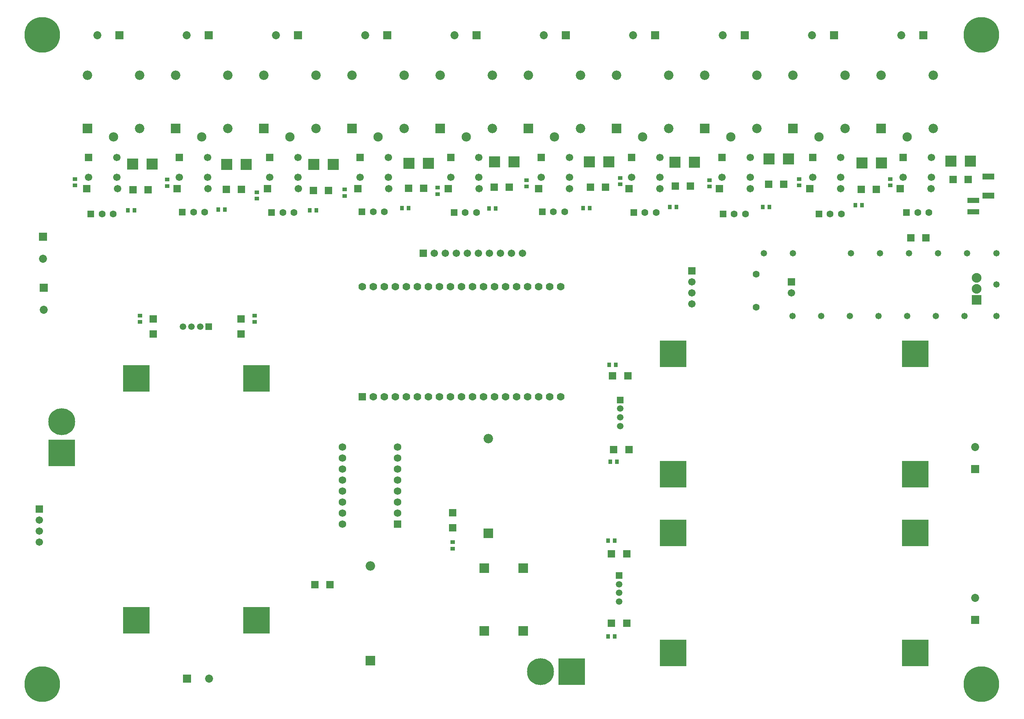
<source format=gbr>
%TF.GenerationSoftware,Altium Limited,Altium Designer,22.1.2 (22)*%
G04 Layer_Color=8388736*
%FSLAX45Y45*%
%MOMM*%
%TF.SameCoordinates,97720CCC-B93B-4F85-99AC-C394CD96EF65*%
%TF.FilePolarity,Negative*%
%TF.FileFunction,Soldermask,Top*%
%TF.Part,Single*%
G01*
G75*
%TA.AperFunction,ComponentPad*%
%ADD50C,2.18320*%
%ADD51C,2.13820*%
%ADD52R,2.18320X2.18320*%
%ADD53C,1.70120*%
%ADD54R,1.70120X1.70120*%
%ADD55C,8.20320*%
%ADD56C,1.60320*%
%ADD57R,1.70320X1.70320*%
%ADD58C,1.70320*%
%ADD59R,1.73320X1.73320*%
%ADD60C,1.73320*%
%ADD61R,1.70320X1.70320*%
%ADD62R,2.24320X2.24320*%
%ADD63C,2.24320*%
%ADD64R,1.85320X1.85320*%
%ADD65C,1.85320*%
%ADD66C,1.51120*%
%ADD67R,1.51120X1.51120*%
%ADD68R,1.85320X1.85320*%
%ADD69C,6.20320*%
%ADD70R,6.20320X6.20320*%
%ADD71R,1.60320X1.60320*%
%ADD72R,6.20320X6.20320*%
%ADD73R,1.76320X1.76320*%
%ADD74C,1.76320*%
%ADD75R,1.51120X1.51120*%
%TA.AperFunction,ViaPad*%
%ADD76C,1.47320*%
%TA.AperFunction,SMDPad,CuDef*%
%ADD83R,2.20320X2.20320*%
%ADD84R,1.70320X1.70320*%
%ADD85R,2.80320X1.40320*%
%ADD86R,1.10320X0.90320*%
%ADD87R,0.90320X1.10320*%
%ADD88R,1.70320X1.70320*%
%ADD89R,2.50320X2.50320*%
%ADD90R,2.80320X1.30320*%
D50*
X4365700Y4762900D02*
D03*
X5565700D02*
D03*
Y3542900D02*
D03*
X-3762300Y4762900D02*
D03*
X-2562300D02*
D03*
Y3542900D02*
D03*
X-5794300Y4762900D02*
D03*
X-4594300D02*
D03*
Y3542900D02*
D03*
X-10690300D02*
D03*
Y4762900D02*
D03*
X-11890300D02*
D03*
X-4686300Y-3619700D02*
D03*
X3533700Y3542900D02*
D03*
Y4762900D02*
D03*
X2333700D02*
D03*
X-530300Y3542900D02*
D03*
Y4762900D02*
D03*
X-1730300D02*
D03*
X1501700Y3542900D02*
D03*
Y4762900D02*
D03*
X301700D02*
D03*
X-13922301D02*
D03*
X-12722300D02*
D03*
Y3542900D02*
D03*
X-8658300D02*
D03*
Y4762900D02*
D03*
X-9858300D02*
D03*
X-6626300Y3542900D02*
D03*
Y4762900D02*
D03*
X-7826300D02*
D03*
X-7404100Y-6553400D02*
D03*
D51*
X4965700Y3342900D02*
D03*
X-3162300D02*
D03*
X-5194300D02*
D03*
X-11290300D02*
D03*
X2933700D02*
D03*
X-1130300D02*
D03*
X901700D02*
D03*
X-13322301D02*
D03*
X-9258300D02*
D03*
X-7226300D02*
D03*
D52*
X4365700Y3542900D02*
D03*
X-3762300D02*
D03*
X-5794300D02*
D03*
X-11890300D02*
D03*
X-4686300Y-5803700D02*
D03*
X2333700Y3542900D02*
D03*
X-1730300D02*
D03*
X301700D02*
D03*
X-13922301D02*
D03*
X-9858300D02*
D03*
X-7826300D02*
D03*
X-7404100Y-8737400D02*
D03*
D53*
X-6990966Y2866600D02*
D03*
Y2416600D02*
D03*
X-7640966D02*
D03*
X2784255D02*
D03*
X3434255D02*
D03*
Y2866600D02*
D03*
X699210Y2416600D02*
D03*
X1349211D02*
D03*
Y2866600D02*
D03*
X-1385834Y2416600D02*
D03*
X-735833D02*
D03*
Y2866600D02*
D03*
X-2820878D02*
D03*
Y2416600D02*
D03*
X-3470878D02*
D03*
X-4905922Y2866600D02*
D03*
Y2416600D02*
D03*
X-5555922D02*
D03*
X-9726010D02*
D03*
X-9076010D02*
D03*
Y2866600D02*
D03*
X-11161054D02*
D03*
Y2416600D02*
D03*
X-11811054D02*
D03*
X-13896098D02*
D03*
X-13246098D02*
D03*
Y2866600D02*
D03*
X5519299D02*
D03*
Y2416600D02*
D03*
X4869299D02*
D03*
D54*
X-7640966Y2866600D02*
D03*
X2784255D02*
D03*
X699210D02*
D03*
X-1385834D02*
D03*
X-3470878D02*
D03*
X-5555922D02*
D03*
X-9726010D02*
D03*
X-11811054D02*
D03*
X-13896098D02*
D03*
X4869299D02*
D03*
D55*
X-14968600Y-9279000D02*
D03*
Y5697600D02*
D03*
X6675500Y-9279000D02*
D03*
Y5697600D02*
D03*
D56*
X1485900Y-584200D02*
D03*
Y177800D02*
D03*
X-3187700Y1612900D02*
D03*
X-2927700D02*
D03*
X-13589000Y1562100D02*
D03*
X-13328999D02*
D03*
X-11480800Y1611925D02*
D03*
X-11220800D02*
D03*
X-9423400Y1600200D02*
D03*
X-9163400D02*
D03*
X-7340600Y1612900D02*
D03*
X-7080600D02*
D03*
X-1079500Y1600200D02*
D03*
X-819500D02*
D03*
X5207000D02*
D03*
X5467000D02*
D03*
X-5219700D02*
D03*
X-4959700D02*
D03*
X977900Y1562100D02*
D03*
X1237900D02*
D03*
X3187700D02*
D03*
X3447700D02*
D03*
D57*
X-6184900Y660400D02*
D03*
X2718400Y2146300D02*
D03*
X635600D02*
D03*
X-13944000D02*
D03*
X-11861200D02*
D03*
X-1447200D02*
D03*
X-3530000D02*
D03*
X-5612800D02*
D03*
X-7695600D02*
D03*
X-9778400D02*
D03*
X4801200D02*
D03*
D58*
X-5930900Y660400D02*
D03*
X-5676900D02*
D03*
X-5422900D02*
D03*
X-5168900D02*
D03*
X-4914900D02*
D03*
X-4660900D02*
D03*
X-4406900D02*
D03*
X-4152900D02*
D03*
X-3898900D02*
D03*
X2300000Y-254000D02*
D03*
X3428400Y2146300D02*
D03*
X1345600D02*
D03*
X-13234000D02*
D03*
X-11151200D02*
D03*
X-737200D02*
D03*
X-2820000D02*
D03*
X-4902800D02*
D03*
X-6985600D02*
D03*
X-9068400D02*
D03*
X5511200D02*
D03*
X0Y-508000D02*
D03*
Y-254000D02*
D03*
Y0D02*
D03*
X-15036800Y-6007100D02*
D03*
Y-5753100D02*
D03*
Y-5499100D02*
D03*
D59*
X-6781800Y-5588000D02*
D03*
D60*
Y-5334000D02*
D03*
Y-5080000D02*
D03*
Y-4826000D02*
D03*
Y-4572000D02*
D03*
Y-4318000D02*
D03*
Y-4064000D02*
D03*
Y-3810000D02*
D03*
X-8051800D02*
D03*
Y-4064000D02*
D03*
Y-4318000D02*
D03*
Y-4572000D02*
D03*
Y-4826000D02*
D03*
Y-5080000D02*
D03*
Y-5334000D02*
D03*
Y-5588000D02*
D03*
D61*
X2300000Y0D02*
D03*
X0Y254000D02*
D03*
X-15036800Y-5245100D02*
D03*
D62*
X6565900Y-419100D02*
D03*
D63*
Y-165100D02*
D03*
Y88900D02*
D03*
D64*
X5333999Y5689600D02*
D03*
X3275817D02*
D03*
X1217635D02*
D03*
X-11633200Y-9156700D02*
D03*
X-13189639Y5689600D02*
D03*
X-11131458D02*
D03*
X-9073275D02*
D03*
X-7015093D02*
D03*
X-4956911D02*
D03*
X-2898729D02*
D03*
X-840547D02*
D03*
D65*
X4825999D02*
D03*
X2767817D02*
D03*
X709635D02*
D03*
X-14935201Y-647700D02*
D03*
X-11125200Y-9156700D02*
D03*
X-13697639Y5689600D02*
D03*
X-11639458D02*
D03*
X-9581275D02*
D03*
X-7523093D02*
D03*
X-5464911D02*
D03*
X-3406729D02*
D03*
X-1348547D02*
D03*
X6527800Y-7289800D02*
D03*
X-14947900Y533400D02*
D03*
X6527800Y-3810000D02*
D03*
D66*
X-11728400Y-1032090D02*
D03*
X-11528400D02*
D03*
X-11328400D02*
D03*
X-1673010Y-6975500D02*
D03*
Y-7175500D02*
D03*
Y-7375500D02*
D03*
X-1647610Y-2924200D02*
D03*
Y-3124200D02*
D03*
Y-3324200D02*
D03*
D67*
X-11128400Y-1032090D02*
D03*
D68*
X-14935201Y-139700D02*
D03*
X6527800Y-7797800D02*
D03*
X-14947900Y1041400D02*
D03*
X6527800Y-4318000D02*
D03*
D69*
X-14517999Y-3226800D02*
D03*
X-3484200Y-8989600D02*
D03*
D70*
X-14517999Y-3946800D02*
D03*
X-427800Y-8560500D02*
D03*
Y-5790500D02*
D03*
X5152200Y-8560500D02*
D03*
Y-5790500D02*
D03*
X-427800Y-4433000D02*
D03*
Y-1663000D02*
D03*
X5152200Y-4433000D02*
D03*
Y-1663000D02*
D03*
D71*
X-3447700Y1612900D02*
D03*
X-13849001Y1562100D02*
D03*
X-11740800Y1611925D02*
D03*
X-9683400Y1600200D02*
D03*
X-7600600Y1612900D02*
D03*
X-1339500Y1600200D02*
D03*
X4947000D02*
D03*
X-5479700D02*
D03*
X717900Y1562100D02*
D03*
X2927700D02*
D03*
D72*
X-2764200Y-8989600D02*
D03*
X-12802299Y-2226500D02*
D03*
X-10032300D02*
D03*
X-12802299Y-7806500D02*
D03*
X-10032300D02*
D03*
D73*
X-7589400Y-2654300D02*
D03*
D74*
X-7335400D02*
D03*
X-3017400D02*
D03*
X-7081400D02*
D03*
X-6827400D02*
D03*
X-6573400D02*
D03*
X-6319400D02*
D03*
X-6065400D02*
D03*
X-5811400D02*
D03*
X-5557400D02*
D03*
X-5303400D02*
D03*
X-5049400D02*
D03*
X-4795400D02*
D03*
X-4541400D02*
D03*
X-4287400D02*
D03*
X-4033400D02*
D03*
X-3779400D02*
D03*
X-3525400D02*
D03*
X-3271400D02*
D03*
X-7589400Y-114300D02*
D03*
X-7335400D02*
D03*
X-7081400D02*
D03*
X-6827400D02*
D03*
X-6573400D02*
D03*
X-6319400D02*
D03*
X-6065400D02*
D03*
X-5811400D02*
D03*
X-5557400D02*
D03*
X-5303400D02*
D03*
X-5049400D02*
D03*
X-4795400D02*
D03*
X-4541400D02*
D03*
X-4287400D02*
D03*
X-4033400D02*
D03*
X-3779400D02*
D03*
X-3525400D02*
D03*
X-3271400D02*
D03*
X-3017400D02*
D03*
D75*
X-1673010Y-6775500D02*
D03*
X-1647610Y-2724200D02*
D03*
D76*
X3668712Y660400D02*
D03*
X7023100D02*
D03*
X4965699Y-787400D02*
D03*
X6286498D02*
D03*
X7023100Y-63500D02*
D03*
Y-787400D02*
D03*
X5626098D02*
D03*
X4305299D02*
D03*
X3644899D02*
D03*
X2984499D02*
D03*
X2324100D02*
D03*
X6342061Y660400D02*
D03*
X5673723D02*
D03*
X5005386D02*
D03*
X4337049D02*
D03*
X2332037D02*
D03*
X1663700D02*
D03*
D83*
X-3880700Y-6602900D02*
D03*
Y-8052900D02*
D03*
X-4780700D02*
D03*
Y-6602900D02*
D03*
D84*
X-1849360Y-7874000D02*
D03*
X-1499360D02*
D03*
X-1798560Y-3873500D02*
D03*
X-1448560D02*
D03*
X-1499360Y-6273800D02*
D03*
X-1849360D02*
D03*
X-1823960Y-2171700D02*
D03*
X-1473960D02*
D03*
X3904500Y2133600D02*
D03*
X4254500D02*
D03*
X-8338325Y-6985000D02*
D03*
X-8688326D02*
D03*
X6022600Y2362200D02*
D03*
X6372600D02*
D03*
X-12525000Y2120900D02*
D03*
X-12875000D02*
D03*
X-8372100Y2108200D02*
D03*
X-8722100D02*
D03*
X-28200Y2209800D02*
D03*
X-378200D02*
D03*
X-10378700Y2133600D02*
D03*
X-10728700D02*
D03*
X2118100Y2247900D02*
D03*
X1768100D02*
D03*
X-6175000Y2159000D02*
D03*
X-6525000D02*
D03*
X-4206500Y2184400D02*
D03*
X-4556500D02*
D03*
X-1984000D02*
D03*
X-2334000D02*
D03*
X5394700Y1016000D02*
D03*
X5044700D02*
D03*
D85*
X6832600Y2429800D02*
D03*
Y1989800D02*
D03*
D86*
X-10071100Y-925900D02*
D03*
Y-775900D02*
D03*
X-5511800Y-6007100D02*
D03*
Y-6157100D02*
D03*
X-8001000Y1982400D02*
D03*
Y2132400D02*
D03*
X-14211301Y2223700D02*
D03*
Y2373700D02*
D03*
X-10020300Y1918900D02*
D03*
Y2068900D02*
D03*
X-12090400Y2211000D02*
D03*
Y2361000D02*
D03*
X-1651000Y2249100D02*
D03*
Y2399100D02*
D03*
X-3810000Y2198300D02*
D03*
Y2348300D02*
D03*
X-5854700Y2021700D02*
D03*
Y2171700D02*
D03*
X-12712700Y-925900D02*
D03*
Y-775900D02*
D03*
X406400Y2198300D02*
D03*
Y2348300D02*
D03*
X4572000Y2223700D02*
D03*
Y2373700D02*
D03*
X2476500D02*
D03*
Y2223700D02*
D03*
D87*
X-1779200Y-5969000D02*
D03*
X-1929200D02*
D03*
X-1779200Y-8178800D02*
D03*
X-1929200D02*
D03*
X-1728400Y-4152900D02*
D03*
X-1878400D02*
D03*
X-1753800Y-1917700D02*
D03*
X-1903800D02*
D03*
X-12992101Y1651000D02*
D03*
X-12842101D02*
D03*
X-8799900Y1651000D02*
D03*
X-8649900D02*
D03*
X-2500700Y1701800D02*
D03*
X-2350700D02*
D03*
X-10909300Y1663700D02*
D03*
X-10759300D02*
D03*
X-506800Y1727200D02*
D03*
X-356800D02*
D03*
X-4672400Y1689100D02*
D03*
X-4522400D02*
D03*
X-6679000Y1701800D02*
D03*
X-6529000D02*
D03*
X3773100Y1765300D02*
D03*
X3923100D02*
D03*
X1789500Y1727200D02*
D03*
X1639500D02*
D03*
D88*
X-5511800Y-5324100D02*
D03*
Y-5674100D02*
D03*
X-12407900Y-1205740D02*
D03*
Y-855740D02*
D03*
X-10388600Y-1205740D02*
D03*
Y-855740D02*
D03*
D89*
X1781600Y2832100D02*
D03*
X2231600D02*
D03*
X-390100Y2755900D02*
D03*
X59900D02*
D03*
X5972600Y2781300D02*
D03*
X6422600D02*
D03*
X-12436900Y2717800D02*
D03*
X-12886900D02*
D03*
X-10265200Y2705100D02*
D03*
X-10715200D02*
D03*
X-8258600D02*
D03*
X-8708600D02*
D03*
X-6065100Y2730500D02*
D03*
X-6515100D02*
D03*
X-4093000Y2768600D02*
D03*
X-4543000D02*
D03*
X-1908600D02*
D03*
X-2358600D02*
D03*
X4368800Y2743200D02*
D03*
X3918800D02*
D03*
D90*
X6489700Y1882900D02*
D03*
Y1612900D02*
D03*
%TF.MD5,3be2bbb0d10c80ceaa3777ae58049832*%
M02*

</source>
